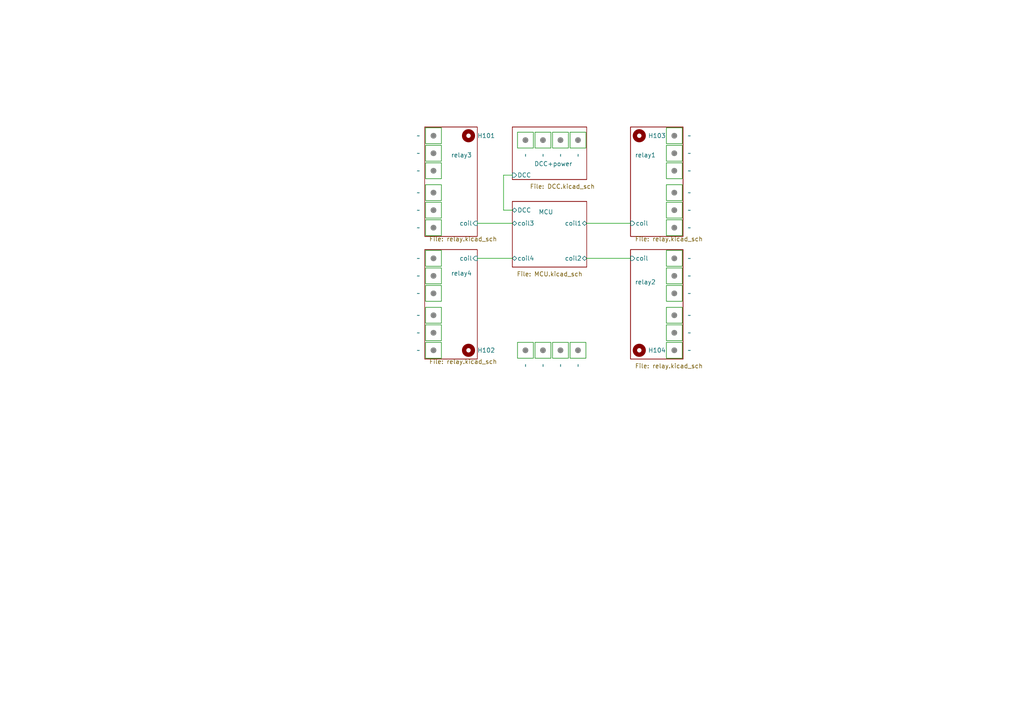
<source format=kicad_sch>
(kicad_sch (version 20231120) (generator "eeschema") (generator_version "8.0")
  (paper "A4")
  (lib_symbols
    (symbol "Mechanical:MountingHole" (pin_names (offset 1.016)) (exclude_from_sim yes) (in_bom no)
      (property "Reference" "H" (at 0 5.08 0))
      (property "Value" "MountingHole" (at 0 3.175 0))
      (symbol "MountingHole_0_1"
        (circle (center 0 0) (radius 1.27) (stroke (width 1.27)))
      )
    )
    (symbol "custom_kicad_lib_sk:screwterminal" (pin_numbers hide) (pin_names (offset 0) hide) (in_bom no) (on_board no)
      (symbol "screwterminal_1_1"
        (rectangle (start -2.3 2.3) (end 2.3 -2.3) (stroke (width 0) (color 0 132 0 1)))
        (circle (center 0 0) (radius 0.762) (stroke (width 0) (color 137 143 138 1)) (fill (type color) (color 132 132 132 1)))
      )
    )
  )
  (wire (pts (xy 146.05 60.96) (xy 146.05 50.8)))
  (wire (pts (xy 138.43 74.93) (xy 148.59 74.93)))
  (wire (pts (xy 138.43 64.77) (xy 148.59 64.77)))
  (wire (pts (xy 182.88 64.77) (xy 170.18 64.77)))
  (wire (pts (xy 148.59 60.96) (xy 146.05 60.96)))
  (wire (pts (xy 170.18 74.93) (xy 182.88 74.93)))
  (wire (pts (xy 146.05 50.8) (xy 148.59 50.8)))
  (symbol (lib_id "custom_kicad_lib_sk:screwterminal") (at 195.58 74.93 0) (unit 1) (in_bom no) (on_board no)
    (property "Reference" "u123" (effects (hide yes)))
    (property "Value" "~" (at 199.39 74.93 0) (effects (justify left)))
  )
  (symbol (lib_id "custom_kicad_lib_sk:screwterminal") (at 125.73 96.52 0) (mirror y) (unit 1) (in_bom no) (on_board no)
    (property "Reference" "u111" (effects (hide yes)))
    (property "Value" "~" (at 121.92 96.52 0) (effects (justify left)))
  )
  (symbol (lib_id "custom_kicad_lib_sk:screwterminal") (at 125.73 44.45 0) (mirror y) (unit 1) (in_bom no) (on_board no)
    (property "Reference" "u102" (effects (hide yes)))
    (property "Value" "~" (at 121.92 44.45 0) (effects (justify left)))
  )
  (symbol (lib_id "custom_kicad_lib_sk:screwterminal") (at 125.73 55.88 0) (mirror y) (unit 1) (in_bom no) (on_board no)
    (property "Reference" "u104" (effects (hide yes)))
    (property "Value" "~" (at 121.92 55.88 0) (effects (justify left)))
  )
  (symbol (lib_id "custom_kicad_lib_sk:screwterminal") (at 157.48 40.64 270) (unit 1) (in_bom no) (on_board no)
    (property "Reference" "u114" (effects (hide yes)))
    (property "Value" "~" (at 157.48 44.45 0) (effects (justify left)))
  )
  (symbol (lib_id "custom_kicad_lib_sk:screwterminal") (at 125.73 74.93 0) (mirror y) (unit 1) (in_bom no) (on_board no)
    (property "Reference" "u107" (effects (hide yes)))
    (property "Value" "~" (at 121.92 74.93 0) (effects (justify left)))
  )
  (symbol (lib_id "Mechanical:MountingHole") (at 185.42 101.6 0) (unit 1) (exclude_from_sim yes) (in_bom no)
    (property "Reference" "H104" (at 187.96 101.5999 0) (effects (justify left)))
    (property "Value" "MountingHole" (effects (hide yes)))
    (property "Footprint" "MountingHole:MountingHole_3.2mm_M3" (effects (hide yes)))
    (property "Description" "Mounting Hole without connection" (effects (hide yes)))
  )
  (symbol (lib_id "custom_kicad_lib_sk:screwterminal") (at 195.58 60.96 0) (unit 1) (in_bom no) (on_board no)
    (property "Reference" "u121" (effects (hide yes)))
    (property "Value" "~" (at 199.39 60.96 0) (effects (justify left)))
  )
  (symbol (lib_id "custom_kicad_lib_sk:screwterminal") (at 162.56 101.6 270) (unit 1) (in_bom no) (on_board no)
    (property "Reference" "u131" (effects (hide yes)))
    (property "Value" "~" (at 162.56 105.41 0) (effects (justify left)))
  )
  (symbol (lib_id "custom_kicad_lib_sk:screwterminal") (at 195.58 55.88 0) (unit 1) (in_bom no) (on_board no)
    (property "Reference" "u120" (effects (hide yes)))
    (property "Value" "~" (at 199.39 55.88 0) (effects (justify left)))
  )
  (symbol (lib_id "custom_kicad_lib_sk:screwterminal") (at 162.56 40.64 270) (unit 1) (in_bom no) (on_board no)
    (property "Reference" "u115" (effects (hide yes)))
    (property "Value" "~" (at 162.56 44.45 0) (effects (justify left)))
  )
  (symbol (lib_id "custom_kicad_lib_sk:screwterminal") (at 195.58 96.52 0) (unit 1) (in_bom no) (on_board no)
    (property "Reference" "u127" (effects (hide yes)))
    (property "Value" "~" (at 199.39 96.52 0) (effects (justify left)))
  )
  (symbol (lib_id "Mechanical:MountingHole") (at 135.89 39.37 0) (unit 1) (exclude_from_sim yes) (in_bom no)
    (property "Reference" "H101" (at 138.43 39.3699 0) (effects (justify left)))
    (property "Value" "MountingHole" (effects (hide yes)))
    (property "Footprint" "MountingHole:MountingHole_3.2mm_M3" (effects (hide yes)))
    (property "Description" "Mounting Hole without connection" (effects (hide yes)))
  )
  (symbol (lib_id "custom_kicad_lib_sk:screwterminal") (at 195.58 91.44 0) (unit 1) (in_bom no) (on_board no)
    (property "Reference" "u126" (effects (hide yes)))
    (property "Value" "~" (at 199.39 91.44 0) (effects (justify left)))
  )
  (symbol (lib_id "custom_kicad_lib_sk:screwterminal") (at 195.58 44.45 0) (unit 1) (in_bom no) (on_board no)
    (property "Reference" "u118" (effects (hide yes)))
    (property "Value" "~" (at 199.39 44.45 0) (effects (justify left)))
  )
  (symbol (lib_id "custom_kicad_lib_sk:screwterminal") (at 157.48 101.6 270) (unit 1) (in_bom no) (on_board no)
    (property "Reference" "u130" (effects (hide yes)))
    (property "Value" "~" (at 157.48 105.41 0) (effects (justify left)))
  )
  (symbol (lib_id "Mechanical:MountingHole") (at 135.89 101.6 0) (unit 1) (exclude_from_sim yes) (in_bom no)
    (property "Reference" "H102" (at 138.43 101.5999 0) (effects (justify left)))
    (property "Value" "MountingHole" (effects (hide yes)))
    (property "Footprint" "MountingHole:MountingHole_3.2mm_M3" (effects (hide yes)))
    (property "Description" "Mounting Hole without connection" (effects (hide yes)))
  )
  (symbol (lib_id "custom_kicad_lib_sk:screwterminal") (at 195.58 80.01 0) (unit 1) (in_bom no) (on_board no)
    (property "Reference" "u124" (effects (hide yes)))
    (property "Value" "~" (at 199.39 80.01 0) (effects (justify left)))
  )
  (symbol (lib_id "custom_kicad_lib_sk:screwterminal") (at 125.73 66.04 0) (mirror y) (unit 1) (in_bom no) (on_board no)
    (property "Reference" "u106" (effects (hide yes)))
    (property "Value" "~" (at 121.92 66.04 0) (effects (justify left)))
  )
  (symbol (lib_id "custom_kicad_lib_sk:screwterminal") (at 195.58 101.6 0) (unit 1) (in_bom no) (on_board no)
    (property "Reference" "u128" (effects (hide yes)))
    (property "Value" "~" (at 199.39 101.6 0) (effects (justify left)))
  )
  (symbol (lib_id "custom_kicad_lib_sk:screwterminal") (at 167.64 40.64 270) (unit 1) (in_bom no) (on_board no)
    (property "Reference" "u116" (effects (hide yes)))
    (property "Value" "~" (at 167.64 44.45 0) (effects (justify left)))
  )
  (symbol (lib_id "custom_kicad_lib_sk:screwterminal") (at 125.73 91.44 0) (mirror y) (unit 1) (in_bom no) (on_board no)
    (property "Reference" "u110" (effects (hide yes)))
    (property "Value" "~" (at 121.92 91.44 0) (effects (justify left)))
  )
  (symbol (lib_id "custom_kicad_lib_sk:screwterminal") (at 125.73 80.01 0) (mirror y) (unit 1) (in_bom no) (on_board no)
    (property "Reference" "u108" (effects (hide yes)))
    (property "Value" "~" (at 121.92 80.01 0) (effects (justify left)))
  )
  (symbol (lib_id "custom_kicad_lib_sk:screwterminal") (at 152.4 101.6 270) (unit 1) (in_bom no) (on_board no)
    (property "Reference" "u129" (effects (hide yes)))
    (property "Value" "~" (at 152.4 105.41 0) (effects (justify left)))
  )
  (symbol (lib_id "custom_kicad_lib_sk:screwterminal") (at 125.73 60.96 0) (mirror y) (unit 1) (in_bom no) (on_board no)
    (property "Reference" "u105" (effects (hide yes)))
    (property "Value" "~" (at 121.92 60.96 0) (effects (justify left)))
  )
  (symbol (lib_id "Mechanical:MountingHole") (at 185.42 39.37 0) (unit 1) (exclude_from_sim yes) (in_bom no)
    (property "Reference" "H103" (at 187.96 39.3699 0) (effects (justify left)))
    (property "Value" "MountingHole" (effects (hide yes)))
    (property "Footprint" "MountingHole:MountingHole_3.2mm_M3" (effects (hide yes)))
    (property "Description" "Mounting Hole without connection" (effects (hide yes)))
  )
  (symbol (lib_id "custom_kicad_lib_sk:screwterminal") (at 167.64 101.6 270) (unit 1) (in_bom no) (on_board no)
    (property "Reference" "u132" (effects (hide yes)))
    (property "Value" "~" (at 167.64 105.41 0) (effects (justify left)))
  )
  (symbol (lib_id "custom_kicad_lib_sk:screwterminal") (at 125.73 85.09 0) (mirror y) (unit 1) (in_bom no) (on_board no)
    (property "Reference" "u109" (effects (hide yes)))
    (property "Value" "~" (at 121.92 85.09 0) (effects (justify left)))
  )
  (symbol (lib_id "custom_kicad_lib_sk:screwterminal") (at 195.58 49.53 0) (unit 1) (in_bom no) (on_board no)
    (property "Reference" "u119" (effects (hide yes)))
    (property "Value" "~" (at 199.39 49.53 0) (effects (justify left)))
  )
  (symbol (lib_id "custom_kicad_lib_sk:screwterminal") (at 195.58 66.04 0) (unit 1) (in_bom no) (on_board no)
    (property "Reference" "u122" (effects (hide yes)))
    (property "Value" "~" (at 199.39 66.04 0) (effects (justify left)))
  )
  (symbol (lib_id "custom_kicad_lib_sk:screwterminal") (at 125.73 39.37 0) (mirror y) (unit 1) (in_bom no) (on_board no)
    (property "Reference" "u101" (effects (hide yes)))
    (property "Value" "~" (at 121.92 39.37 0) (effects (justify left)))
  )
  (symbol (lib_id "custom_kicad_lib_sk:screwterminal") (at 195.58 85.09 0) (unit 1) (in_bom no) (on_board no)
    (property "Reference" "u125" (effects (hide yes)))
    (property "Value" "~" (at 199.39 85.09 0) (effects (justify left)))
  )
  (symbol (lib_id "custom_kicad_lib_sk:screwterminal") (at 125.73 49.53 0) (mirror y) (unit 1) (in_bom no) (on_board no)
    (property "Reference" "u103" (effects (hide yes)))
    (property "Value" "~" (at 121.92 49.53 0) (effects (justify left)))
  )
  (symbol (lib_id "custom_kicad_lib_sk:screwterminal") (at 195.58 39.37 0) (unit 1) (in_bom no) (on_board no)
    (property "Reference" "u117" (effects (hide yes)))
    (property "Value" "~" (at 199.39 39.37 0) (effects (justify left)))
  )
  (symbol (lib_id "custom_kicad_lib_sk:screwterminal") (at 152.4 40.64 270) (unit 1) (in_bom no) (on_board no)
    (property "Reference" "u113" (effects (hide yes)))
    (property "Value" "~" (at 152.4 44.45 0) (effects (justify left)))
  )
  (symbol (lib_id "custom_kicad_lib_sk:screwterminal") (at 125.73 101.6 0) (mirror y) (unit 1) (in_bom no) (on_board no)
    (property "Reference" "u112" (effects (hide yes)))
    (property "Value" "~" (at 121.92 101.6 0) (effects (justify left)))
  )
  (sheet (at 148.59 36.83) (size 21.59 15.24) (stroke (width 0.1524))
    (property "Sheetname" "DCC+power" (at 154.94 48.26 0) (effects (justify left bottom)))
    (property "Sheetfile" "DCC.kicad_sch" (at 153.67 53.34 0) (effects (justify left top)))
    (pin "DCC" input (at 148.59 50.8 180))
  )
  (sheet (at 182.88 36.83) (size 15.24 31.75) (stroke (width 0.1524))
    (property "Sheetname" "relay1" (at 184.15 45.72 0) (effects (justify left bottom)))
    (property "Sheetfile" "relay.kicad_sch" (at 184.15 68.58 0) (effects (justify left top)))
    (pin "coil" input (at 182.88 64.77 180))
  )
  (sheet (at 123.19 72.39) (size 15.24 31.75) (stroke (width 0.1524))
    (property "Sheetname" "relay4" (at 130.81 80.01 0) (effects (justify left bottom)))
    (property "Sheetfile" "relay.kicad_sch" (at 124.46 104.14 0) (effects (justify left top)))
    (pin "coil" input (at 138.43 74.93 0))
  )
  (sheet (at 182.88 72.39) (size 15.24 31.75) (stroke (width 0.1524))
    (property "Sheetname" "relay2" (at 184.15 82.55 0) (effects (justify left bottom)))
    (property "Sheetfile" "relay.kicad_sch" (at 184.15 105.41 0) (effects (justify left top)))
    (pin "coil" input (at 182.88 74.93 180))
  )
  (sheet (at 123.19 36.83) (size 15.24 31.75) (stroke (width 0.1524))
    (property "Sheetname" "relay3" (at 130.81 45.72 0) (effects (justify left bottom)))
    (property "Sheetfile" "relay.kicad_sch" (at 124.46 68.58 0) (effects (justify left top)))
    (pin "coil" input (at 138.43 64.77 0))
  )
  (sheet (at 148.59 58.42) (size 21.59 19.05) (stroke (width 0.1524))
    (property "Sheetname" "MCU" (at 156.21 62.23 0) (effects (justify left bottom)))
    (property "Sheetfile" "MCU.kicad_sch" (at 149.86 78.74 0) (effects (justify left top)))
    (pin "coil4" bidirectional (at 148.59 74.93 180))
    (pin "coil2" bidirectional (at 170.18 74.93 0))
    (pin "coil3" bidirectional (at 148.59 64.77 180))
    (pin "coil1" bidirectional (at 170.18 64.77 0))
    (pin "DCC" bidirectional (at 148.59 60.96 180))
  )
)
</source>
